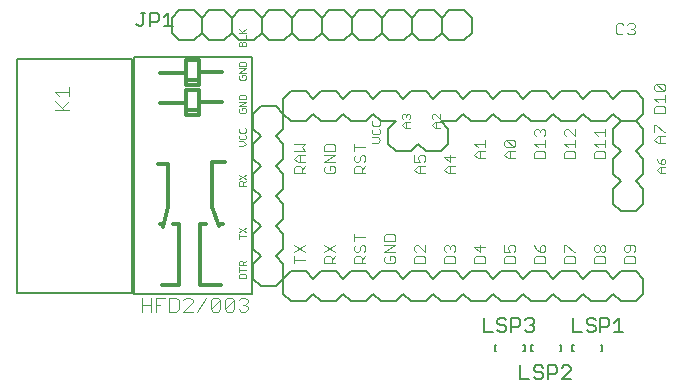
<source format=gto>
G75*
%MOIN*%
%OFA0B0*%
%FSLAX24Y24*%
%IPPOS*%
%LPD*%
%AMOC8*
5,1,8,0,0,1.08239X$1,22.5*
%
%ADD10C,0.0050*%
%ADD11C,0.0120*%
%ADD12C,0.0040*%
%ADD13C,0.0030*%
%ADD14C,0.0020*%
%ADD15C,0.0080*%
%ADD16C,0.0060*%
D10*
X004861Y004141D02*
X004861Y012015D01*
X008798Y012015D01*
X008798Y004141D01*
X004861Y004141D01*
X008853Y004635D02*
X008853Y005135D01*
X009103Y005385D01*
X008853Y005635D01*
X008853Y006135D01*
X009103Y006385D01*
X008853Y006635D01*
X008853Y007135D01*
X009103Y007385D01*
X008853Y007635D01*
X008853Y008135D01*
X009103Y008385D01*
X008853Y008635D01*
X008853Y009135D01*
X009103Y009385D01*
X008853Y009635D01*
X008853Y010135D01*
X009103Y010385D01*
X009603Y010385D01*
X009853Y010135D01*
X009853Y009635D01*
X009603Y009385D01*
X009853Y009135D01*
X009853Y008635D01*
X009603Y008385D01*
X009853Y008135D01*
X009853Y007635D01*
X009603Y007385D01*
X009853Y007135D01*
X009853Y006635D01*
X009603Y006385D01*
X009853Y006135D01*
X009853Y005635D01*
X009603Y005385D01*
X009853Y005135D01*
X009853Y004635D01*
X009603Y004385D01*
X009103Y004385D01*
X008853Y004635D01*
X009853Y004635D02*
X009853Y004135D01*
X010103Y003885D01*
X010603Y003885D01*
X010853Y004135D01*
X011103Y003885D01*
X011603Y003885D01*
X011853Y004135D01*
X012103Y003885D01*
X012603Y003885D01*
X012853Y004135D01*
X013103Y003885D01*
X013603Y003885D01*
X013853Y004135D01*
X014103Y003885D01*
X014603Y003885D01*
X014853Y004135D01*
X015103Y003885D01*
X015603Y003885D01*
X015853Y004135D01*
X016103Y003885D01*
X016603Y003885D01*
X016853Y004135D01*
X017103Y003885D01*
X017603Y003885D01*
X017853Y004135D01*
X018103Y003885D01*
X018603Y003885D01*
X018853Y004135D01*
X019103Y003885D01*
X019603Y003885D01*
X019853Y004135D01*
X020103Y003885D01*
X020603Y003885D01*
X020853Y004135D01*
X021103Y003885D01*
X021603Y003885D01*
X021853Y004135D01*
X021853Y004635D01*
X021603Y004885D01*
X021103Y004885D01*
X020853Y004635D01*
X020603Y004885D01*
X020103Y004885D01*
X019853Y004635D01*
X019603Y004885D01*
X019103Y004885D01*
X018853Y004635D01*
X018603Y004885D01*
X018103Y004885D01*
X017853Y004635D01*
X017603Y004885D01*
X017103Y004885D01*
X016853Y004635D01*
X016603Y004885D01*
X016103Y004885D01*
X015853Y004635D01*
X015603Y004885D01*
X015103Y004885D01*
X014853Y004635D01*
X014603Y004885D01*
X014103Y004885D01*
X013853Y004635D01*
X013603Y004885D01*
X013103Y004885D01*
X012853Y004635D01*
X012603Y004885D01*
X012103Y004885D01*
X011853Y004635D01*
X011603Y004885D01*
X011103Y004885D01*
X010853Y004635D01*
X010603Y004885D01*
X010103Y004885D01*
X009853Y004635D01*
X016527Y003317D02*
X016527Y002866D01*
X016828Y002866D01*
X016988Y002941D02*
X017063Y002866D01*
X017213Y002866D01*
X017288Y002941D01*
X017288Y003017D01*
X017213Y003092D01*
X017063Y003092D01*
X016988Y003167D01*
X016988Y003242D01*
X017063Y003317D01*
X017213Y003317D01*
X017288Y003242D01*
X017448Y003317D02*
X017673Y003317D01*
X017749Y003242D01*
X017749Y003092D01*
X017673Y003017D01*
X017448Y003017D01*
X017448Y002866D02*
X017448Y003317D01*
X017909Y003242D02*
X017984Y003317D01*
X018134Y003317D01*
X018209Y003242D01*
X018209Y003167D01*
X018134Y003092D01*
X018209Y003017D01*
X018209Y002941D01*
X018134Y002866D01*
X017984Y002866D01*
X017909Y002941D01*
X018059Y003092D02*
X018134Y003092D01*
X019500Y003317D02*
X019500Y002866D01*
X019800Y002866D01*
X019960Y002941D02*
X020035Y002866D01*
X020186Y002866D01*
X020261Y002941D01*
X020261Y003017D01*
X020186Y003092D01*
X020035Y003092D01*
X019960Y003167D01*
X019960Y003242D01*
X020035Y003317D01*
X020186Y003317D01*
X020261Y003242D01*
X020421Y003317D02*
X020646Y003317D01*
X020721Y003242D01*
X020721Y003092D01*
X020646Y003017D01*
X020421Y003017D01*
X020421Y002866D02*
X020421Y003317D01*
X020881Y003167D02*
X021031Y003317D01*
X021031Y002866D01*
X020881Y002866D02*
X021181Y002866D01*
X019429Y001667D02*
X019354Y001742D01*
X019204Y001742D01*
X019129Y001667D01*
X018969Y001667D02*
X018969Y001517D01*
X018894Y001442D01*
X018669Y001442D01*
X018669Y001292D02*
X018669Y001742D01*
X018894Y001742D01*
X018969Y001667D01*
X018509Y001667D02*
X018434Y001742D01*
X018283Y001742D01*
X018208Y001667D01*
X018208Y001592D01*
X018283Y001517D01*
X018434Y001517D01*
X018509Y001442D01*
X018509Y001367D01*
X018434Y001292D01*
X018283Y001292D01*
X018208Y001367D01*
X018048Y001292D02*
X017748Y001292D01*
X017748Y001742D01*
X019129Y001292D02*
X019429Y001592D01*
X019429Y001667D01*
X019429Y001292D02*
X019129Y001292D01*
X021103Y006885D02*
X021603Y006885D01*
X021853Y007135D01*
X021853Y007635D01*
X021603Y007885D01*
X021853Y008135D01*
X021853Y008635D01*
X021603Y008885D01*
X021853Y009135D01*
X021853Y009635D01*
X021603Y009885D01*
X021853Y010135D01*
X021853Y010635D01*
X021603Y010885D01*
X021103Y010885D01*
X020853Y010635D01*
X020603Y010885D01*
X020103Y010885D01*
X019853Y010635D01*
X019603Y010885D01*
X019103Y010885D01*
X018853Y010635D01*
X018603Y010885D01*
X018103Y010885D01*
X017853Y010635D01*
X017603Y010885D01*
X017103Y010885D01*
X016853Y010635D01*
X016603Y010885D01*
X016103Y010885D01*
X015853Y010635D01*
X015603Y010885D01*
X015103Y010885D01*
X014853Y010635D01*
X014603Y010885D01*
X014103Y010885D01*
X013853Y010635D01*
X013603Y010885D01*
X013103Y010885D01*
X012853Y010635D01*
X012603Y010885D01*
X012103Y010885D01*
X011853Y010635D01*
X011603Y010885D01*
X011103Y010885D01*
X010853Y010635D01*
X010603Y010885D01*
X010103Y010885D01*
X009853Y010635D01*
X009853Y010135D01*
X010103Y009885D01*
X010603Y009885D01*
X010853Y010135D01*
X011103Y009885D01*
X011603Y009885D01*
X011853Y010135D01*
X012103Y009885D01*
X012603Y009885D01*
X012853Y010135D01*
X013103Y009885D01*
X013603Y009885D01*
X013353Y009635D01*
X013353Y009135D01*
X013603Y008885D01*
X014103Y008885D01*
X014353Y009135D01*
X014603Y008885D01*
X015103Y008885D01*
X015353Y009135D01*
X015353Y009635D01*
X015103Y009885D01*
X015603Y009885D01*
X015853Y010135D01*
X016103Y009885D01*
X016603Y009885D01*
X016853Y010135D01*
X017103Y009885D01*
X017603Y009885D01*
X017853Y010135D01*
X018103Y009885D01*
X018603Y009885D01*
X018853Y010135D01*
X019103Y009885D01*
X019603Y009885D01*
X019853Y010135D01*
X020103Y009885D01*
X020603Y009885D01*
X020853Y010135D01*
X021103Y009885D01*
X020853Y009635D01*
X020853Y009135D01*
X021103Y008885D01*
X020853Y008635D01*
X020853Y008135D01*
X021103Y007885D01*
X020853Y007635D01*
X020853Y007135D01*
X021103Y006885D01*
X021103Y009885D02*
X021603Y009885D01*
X006171Y013047D02*
X005871Y013047D01*
X006021Y013047D02*
X006021Y013497D01*
X005871Y013347D01*
X005711Y013272D02*
X005636Y013197D01*
X005411Y013197D01*
X005411Y013047D02*
X005411Y013497D01*
X005636Y013497D01*
X005711Y013422D01*
X005711Y013272D01*
X005250Y013497D02*
X005100Y013497D01*
X005175Y013497D02*
X005175Y013122D01*
X005100Y013047D01*
X005025Y013047D01*
X004950Y013122D01*
D11*
X006593Y011936D02*
X006593Y011503D01*
X005727Y011503D01*
X006593Y011503D02*
X006593Y011093D01*
X007034Y011093D01*
X007034Y011515D01*
X007798Y011515D01*
X007026Y011503D02*
X007026Y011936D01*
X006593Y011936D01*
X006672Y011267D02*
X006987Y011267D01*
X007026Y010936D02*
X006593Y010936D01*
X006593Y010503D01*
X005727Y010503D01*
X006593Y010503D02*
X006593Y010093D01*
X007034Y010093D01*
X007034Y010515D01*
X007798Y010515D01*
X007026Y010503D02*
X007026Y010936D01*
X006987Y010267D02*
X006672Y010267D01*
X006002Y008471D02*
X005688Y008471D01*
X006002Y008471D02*
X006002Y007015D01*
X005845Y006345D01*
X005845Y006463D02*
X005727Y006463D01*
X006160Y006463D02*
X006357Y006463D01*
X006357Y004416D01*
X005806Y004416D01*
X007065Y004416D02*
X007065Y006463D01*
X007262Y006463D01*
X007656Y006463D02*
X007853Y006463D01*
X007695Y006385D02*
X007459Y007015D01*
X007459Y008511D01*
X007892Y008511D01*
X007774Y004416D02*
X007065Y004416D01*
D12*
X005135Y003995D02*
X005135Y003535D01*
X005135Y003765D02*
X005442Y003765D01*
X005595Y003765D02*
X005748Y003765D01*
X005595Y003995D02*
X005902Y003995D01*
X006055Y003995D02*
X006286Y003995D01*
X006362Y003918D01*
X006362Y003611D01*
X006286Y003535D01*
X006055Y003535D01*
X006055Y003995D01*
X005595Y003995D02*
X005595Y003535D01*
X005442Y003535D02*
X005442Y003995D01*
X006516Y003918D02*
X006593Y003995D01*
X006746Y003995D01*
X006823Y003918D01*
X006823Y003842D01*
X006516Y003535D01*
X006823Y003535D01*
X006976Y003535D02*
X007283Y003995D01*
X007437Y003918D02*
X007513Y003995D01*
X007667Y003995D01*
X007744Y003918D01*
X007437Y003611D01*
X007513Y003535D01*
X007667Y003535D01*
X007744Y003611D01*
X007744Y003918D01*
X007897Y003918D02*
X007974Y003995D01*
X008127Y003995D01*
X008204Y003918D01*
X007897Y003611D01*
X007974Y003535D01*
X008127Y003535D01*
X008204Y003611D01*
X008204Y003918D01*
X008357Y003918D02*
X008434Y003995D01*
X008588Y003995D01*
X008664Y003918D01*
X008664Y003842D01*
X008588Y003765D01*
X008664Y003688D01*
X008664Y003611D01*
X008588Y003535D01*
X008434Y003535D01*
X008357Y003611D01*
X008511Y003765D02*
X008588Y003765D01*
X007897Y003611D02*
X007897Y003918D01*
X007437Y003918D02*
X007437Y003611D01*
X002695Y010252D02*
X002235Y010252D01*
X002465Y010328D02*
X002695Y010559D01*
X002695Y010712D02*
X002695Y011019D01*
X002695Y010866D02*
X002235Y010866D01*
X002388Y010712D01*
X002235Y010559D02*
X002542Y010252D01*
D13*
X010218Y009133D02*
X010588Y009133D01*
X010464Y009010D01*
X010588Y008886D01*
X010218Y008886D01*
X010341Y008765D02*
X010218Y008641D01*
X010341Y008518D01*
X010588Y008518D01*
X010588Y008397D02*
X010464Y008273D01*
X010464Y008335D02*
X010464Y008150D01*
X010588Y008150D02*
X010218Y008150D01*
X010218Y008335D01*
X010279Y008397D01*
X010403Y008397D01*
X010464Y008335D01*
X010403Y008518D02*
X010403Y008765D01*
X010341Y008765D02*
X010588Y008765D01*
X011218Y008765D02*
X011588Y008765D01*
X011218Y008518D01*
X011588Y008518D01*
X011526Y008397D02*
X011403Y008397D01*
X011403Y008273D01*
X011526Y008150D02*
X011279Y008150D01*
X011218Y008211D01*
X011218Y008335D01*
X011279Y008397D01*
X011526Y008397D02*
X011588Y008335D01*
X011588Y008211D01*
X011526Y008150D01*
X012218Y008150D02*
X012218Y008335D01*
X012279Y008397D01*
X012403Y008397D01*
X012464Y008335D01*
X012464Y008150D01*
X012464Y008273D02*
X012588Y008397D01*
X012526Y008518D02*
X012588Y008580D01*
X012588Y008703D01*
X012526Y008765D01*
X012464Y008765D01*
X012403Y008703D01*
X012403Y008580D01*
X012341Y008518D01*
X012279Y008518D01*
X012218Y008580D01*
X012218Y008703D01*
X012279Y008765D01*
X012218Y008886D02*
X012218Y009133D01*
X012218Y009010D02*
X012588Y009010D01*
X012798Y009150D02*
X012991Y009150D01*
X013088Y009246D01*
X012991Y009343D01*
X012798Y009343D01*
X012846Y009444D02*
X013040Y009444D01*
X013088Y009493D01*
X013088Y009589D01*
X013040Y009638D01*
X013040Y009739D02*
X013088Y009787D01*
X013088Y009884D01*
X013040Y009933D01*
X012846Y009933D02*
X012798Y009884D01*
X012798Y009787D01*
X012846Y009739D01*
X013040Y009739D01*
X012846Y009638D02*
X012798Y009589D01*
X012798Y009493D01*
X012846Y009444D01*
X013798Y009746D02*
X013894Y009843D01*
X014088Y009843D01*
X014040Y009944D02*
X014088Y009993D01*
X014088Y010089D01*
X014040Y010138D01*
X013991Y010138D01*
X013943Y010089D01*
X013943Y010041D01*
X013943Y010089D02*
X013894Y010138D01*
X013846Y010138D01*
X013798Y010089D01*
X013798Y009993D01*
X013846Y009944D01*
X013943Y009843D02*
X013943Y009650D01*
X013894Y009650D02*
X013798Y009746D01*
X013894Y009650D02*
X014088Y009650D01*
X014798Y009746D02*
X014894Y009650D01*
X015088Y009650D01*
X014943Y009650D02*
X014943Y009843D01*
X014894Y009843D02*
X015088Y009843D01*
X015088Y009944D02*
X014894Y010138D01*
X014846Y010138D01*
X014798Y010089D01*
X014798Y009993D01*
X014846Y009944D01*
X014894Y009843D02*
X014798Y009746D01*
X015088Y009944D02*
X015088Y010138D01*
X016588Y009265D02*
X016588Y009018D01*
X016588Y008897D02*
X016341Y008897D01*
X016218Y008773D01*
X016341Y008650D01*
X016588Y008650D01*
X016403Y008650D02*
X016403Y008897D01*
X016341Y009018D02*
X016218Y009141D01*
X016588Y009141D01*
X017218Y009080D02*
X017279Y009018D01*
X017526Y009018D01*
X017279Y009265D01*
X017526Y009265D01*
X017588Y009203D01*
X017588Y009080D01*
X017526Y009018D01*
X017588Y008897D02*
X017341Y008897D01*
X017218Y008773D01*
X017341Y008650D01*
X017588Y008650D01*
X017403Y008650D02*
X017403Y008897D01*
X017218Y009080D02*
X017218Y009203D01*
X017279Y009265D01*
X018218Y009141D02*
X018588Y009141D01*
X018588Y009018D02*
X018588Y009265D01*
X018526Y009386D02*
X018588Y009448D01*
X018588Y009572D01*
X018526Y009633D01*
X018464Y009633D01*
X018403Y009572D01*
X018403Y009510D01*
X018403Y009572D02*
X018341Y009633D01*
X018279Y009633D01*
X018218Y009572D01*
X018218Y009448D01*
X018279Y009386D01*
X018218Y009141D02*
X018341Y009018D01*
X018279Y008897D02*
X018218Y008835D01*
X018218Y008650D01*
X018588Y008650D01*
X018588Y008835D01*
X018526Y008897D01*
X018279Y008897D01*
X019218Y008835D02*
X019218Y008650D01*
X019588Y008650D01*
X019588Y008835D01*
X019526Y008897D01*
X019279Y008897D01*
X019218Y008835D01*
X019341Y009018D02*
X019218Y009141D01*
X019588Y009141D01*
X019588Y009018D02*
X019588Y009265D01*
X019588Y009386D02*
X019341Y009633D01*
X019279Y009633D01*
X019218Y009572D01*
X019218Y009448D01*
X019279Y009386D01*
X019588Y009386D02*
X019588Y009633D01*
X020218Y009510D02*
X020341Y009386D01*
X020218Y009510D02*
X020588Y009510D01*
X020588Y009633D02*
X020588Y009386D01*
X020588Y009265D02*
X020588Y009018D01*
X020588Y009141D02*
X020218Y009141D01*
X020341Y009018D01*
X020279Y008897D02*
X020218Y008835D01*
X020218Y008650D01*
X020588Y008650D01*
X020588Y008835D01*
X020526Y008897D01*
X020279Y008897D01*
X022218Y009273D02*
X022341Y009397D01*
X022588Y009397D01*
X022588Y009518D02*
X022526Y009518D01*
X022279Y009765D01*
X022218Y009765D01*
X022218Y009518D01*
X022403Y009397D02*
X022403Y009150D01*
X022341Y009150D02*
X022218Y009273D01*
X022341Y009150D02*
X022588Y009150D01*
X022540Y008638D02*
X022491Y008638D01*
X022443Y008589D01*
X022443Y008444D01*
X022540Y008444D01*
X022588Y008493D01*
X022588Y008589D01*
X022540Y008638D01*
X022346Y008541D02*
X022443Y008444D01*
X022443Y008343D02*
X022443Y008150D01*
X022394Y008150D02*
X022298Y008246D01*
X022394Y008343D01*
X022588Y008343D01*
X022346Y008541D02*
X022298Y008638D01*
X022394Y008150D02*
X022588Y008150D01*
X022588Y010150D02*
X022218Y010150D01*
X022218Y010335D01*
X022279Y010397D01*
X022526Y010397D01*
X022588Y010335D01*
X022588Y010150D01*
X022588Y010518D02*
X022588Y010765D01*
X022588Y010641D02*
X022218Y010641D01*
X022341Y010518D01*
X022279Y010886D02*
X022218Y010948D01*
X022218Y011072D01*
X022279Y011133D01*
X022526Y010886D01*
X022588Y010948D01*
X022588Y011072D01*
X022526Y011133D01*
X022279Y011133D01*
X022279Y010886D02*
X022526Y010886D01*
X021494Y012780D02*
X021371Y012780D01*
X021309Y012841D01*
X021188Y012841D02*
X021126Y012780D01*
X021002Y012780D01*
X020941Y012841D01*
X020941Y013088D01*
X021002Y013150D01*
X021126Y013150D01*
X021188Y013088D01*
X021309Y013088D02*
X021371Y013150D01*
X021494Y013150D01*
X021556Y013088D01*
X021556Y013027D01*
X021494Y012965D01*
X021556Y012903D01*
X021556Y012841D01*
X021494Y012780D01*
X021494Y012965D02*
X021432Y012965D01*
X015403Y008765D02*
X015403Y008518D01*
X015218Y008703D01*
X015588Y008703D01*
X015588Y008397D02*
X015341Y008397D01*
X015218Y008273D01*
X015341Y008150D01*
X015588Y008150D01*
X015403Y008150D02*
X015403Y008397D01*
X014588Y008397D02*
X014341Y008397D01*
X014218Y008273D01*
X014341Y008150D01*
X014588Y008150D01*
X014403Y008150D02*
X014403Y008397D01*
X014403Y008518D02*
X014218Y008518D01*
X014218Y008765D01*
X014341Y008703D02*
X014403Y008765D01*
X014526Y008765D01*
X014588Y008703D01*
X014588Y008580D01*
X014526Y008518D01*
X014403Y008518D02*
X014341Y008641D01*
X014341Y008703D01*
X012588Y008150D02*
X012218Y008150D01*
X011588Y008886D02*
X011218Y008886D01*
X011218Y009072D01*
X011279Y009133D01*
X011526Y009133D01*
X011588Y009072D01*
X011588Y008886D01*
X012218Y006133D02*
X012218Y005886D01*
X012218Y006010D02*
X012588Y006010D01*
X012526Y005765D02*
X012588Y005703D01*
X012588Y005580D01*
X012526Y005518D01*
X012588Y005397D02*
X012464Y005273D01*
X012464Y005335D02*
X012403Y005397D01*
X012279Y005397D01*
X012218Y005335D01*
X012218Y005150D01*
X012588Y005150D01*
X012464Y005150D02*
X012464Y005335D01*
X012341Y005518D02*
X012403Y005580D01*
X012403Y005703D01*
X012464Y005765D01*
X012526Y005765D01*
X012279Y005765D02*
X012218Y005703D01*
X012218Y005580D01*
X012279Y005518D01*
X012341Y005518D01*
X011588Y005518D02*
X011218Y005765D01*
X011218Y005518D02*
X011588Y005765D01*
X011588Y005397D02*
X011464Y005273D01*
X011464Y005335D02*
X011464Y005150D01*
X011588Y005150D02*
X011218Y005150D01*
X011218Y005335D01*
X011279Y005397D01*
X011403Y005397D01*
X011464Y005335D01*
X010588Y005273D02*
X010218Y005273D01*
X010218Y005150D02*
X010218Y005397D01*
X010218Y005518D02*
X010588Y005765D01*
X010588Y005518D02*
X010218Y005765D01*
X013218Y005765D02*
X013588Y005765D01*
X013218Y005518D01*
X013588Y005518D01*
X013526Y005397D02*
X013403Y005397D01*
X013403Y005273D01*
X013526Y005150D02*
X013279Y005150D01*
X013218Y005211D01*
X013218Y005335D01*
X013279Y005397D01*
X013526Y005397D02*
X013588Y005335D01*
X013588Y005211D01*
X013526Y005150D01*
X014218Y005150D02*
X014218Y005335D01*
X014279Y005397D01*
X014526Y005397D01*
X014588Y005335D01*
X014588Y005150D01*
X014218Y005150D01*
X014279Y005518D02*
X014218Y005580D01*
X014218Y005703D01*
X014279Y005765D01*
X014341Y005765D01*
X014588Y005518D01*
X014588Y005765D01*
X015218Y005703D02*
X015218Y005580D01*
X015279Y005518D01*
X015279Y005397D02*
X015218Y005335D01*
X015218Y005150D01*
X015588Y005150D01*
X015588Y005335D01*
X015526Y005397D01*
X015279Y005397D01*
X015526Y005518D02*
X015588Y005580D01*
X015588Y005703D01*
X015526Y005765D01*
X015464Y005765D01*
X015403Y005703D01*
X015403Y005641D01*
X015403Y005703D02*
X015341Y005765D01*
X015279Y005765D01*
X015218Y005703D01*
X016218Y005703D02*
X016403Y005518D01*
X016403Y005765D01*
X016588Y005703D02*
X016218Y005703D01*
X016279Y005397D02*
X016218Y005335D01*
X016218Y005150D01*
X016588Y005150D01*
X016588Y005335D01*
X016526Y005397D01*
X016279Y005397D01*
X017218Y005335D02*
X017218Y005150D01*
X017588Y005150D01*
X017588Y005335D01*
X017526Y005397D01*
X017279Y005397D01*
X017218Y005335D01*
X017218Y005518D02*
X017403Y005518D01*
X017341Y005641D01*
X017341Y005703D01*
X017403Y005765D01*
X017526Y005765D01*
X017588Y005703D01*
X017588Y005580D01*
X017526Y005518D01*
X017218Y005518D02*
X017218Y005765D01*
X018218Y005765D02*
X018279Y005641D01*
X018403Y005518D01*
X018403Y005703D01*
X018464Y005765D01*
X018526Y005765D01*
X018588Y005703D01*
X018588Y005580D01*
X018526Y005518D01*
X018403Y005518D01*
X018526Y005397D02*
X018279Y005397D01*
X018218Y005335D01*
X018218Y005150D01*
X018588Y005150D01*
X018588Y005335D01*
X018526Y005397D01*
X019218Y005335D02*
X019218Y005150D01*
X019588Y005150D01*
X019588Y005335D01*
X019526Y005397D01*
X019279Y005397D01*
X019218Y005335D01*
X019218Y005518D02*
X019218Y005765D01*
X019279Y005765D01*
X019526Y005518D01*
X019588Y005518D01*
X020218Y005580D02*
X020218Y005703D01*
X020279Y005765D01*
X020341Y005765D01*
X020403Y005703D01*
X020403Y005580D01*
X020341Y005518D01*
X020279Y005518D01*
X020218Y005580D01*
X020403Y005580D02*
X020464Y005518D01*
X020526Y005518D01*
X020588Y005580D01*
X020588Y005703D01*
X020526Y005765D01*
X020464Y005765D01*
X020403Y005703D01*
X020526Y005397D02*
X020279Y005397D01*
X020218Y005335D01*
X020218Y005150D01*
X020588Y005150D01*
X020588Y005335D01*
X020526Y005397D01*
X021218Y005335D02*
X021218Y005150D01*
X021588Y005150D01*
X021588Y005335D01*
X021526Y005397D01*
X021279Y005397D01*
X021218Y005335D01*
X021279Y005518D02*
X021341Y005518D01*
X021403Y005580D01*
X021403Y005765D01*
X021526Y005765D02*
X021279Y005765D01*
X021218Y005703D01*
X021218Y005580D01*
X021279Y005518D01*
X021526Y005518D02*
X021588Y005580D01*
X021588Y005703D01*
X021526Y005765D01*
X013588Y005886D02*
X013588Y006072D01*
X013526Y006133D01*
X013279Y006133D01*
X013218Y006072D01*
X013218Y005886D01*
X013588Y005886D01*
D14*
X008593Y006044D02*
X008373Y006044D01*
X008373Y005971D02*
X008373Y006117D01*
X008373Y006192D02*
X008593Y006338D01*
X008593Y006192D02*
X008373Y006338D01*
X008409Y005233D02*
X008483Y005233D01*
X008519Y005197D01*
X008519Y005087D01*
X008519Y005160D02*
X008593Y005233D01*
X008593Y005087D02*
X008373Y005087D01*
X008373Y005197D01*
X008409Y005233D01*
X008373Y005013D02*
X008373Y004866D01*
X008373Y004939D02*
X008593Y004939D01*
X008556Y004792D02*
X008409Y004792D01*
X008373Y004755D01*
X008373Y004645D01*
X008593Y004645D01*
X008593Y004755D01*
X008556Y004792D01*
X008519Y007739D02*
X008519Y007849D01*
X008483Y007885D01*
X008409Y007885D01*
X008373Y007849D01*
X008373Y007739D01*
X008593Y007739D01*
X008519Y007812D02*
X008593Y007885D01*
X008593Y007960D02*
X008373Y008106D01*
X008373Y007960D02*
X008593Y008106D01*
X008519Y009064D02*
X008373Y009064D01*
X008519Y009064D02*
X008593Y009138D01*
X008519Y009211D01*
X008373Y009211D01*
X008409Y009285D02*
X008556Y009285D01*
X008593Y009322D01*
X008593Y009396D01*
X008556Y009432D01*
X008556Y009506D02*
X008409Y009506D01*
X008373Y009543D01*
X008373Y009617D01*
X008409Y009653D01*
X008556Y009653D02*
X008593Y009617D01*
X008593Y009543D01*
X008556Y009506D01*
X008409Y009432D02*
X008373Y009396D01*
X008373Y009322D01*
X008409Y009285D01*
X008409Y010169D02*
X008556Y010169D01*
X008593Y010206D01*
X008593Y010280D01*
X008556Y010316D01*
X008483Y010316D01*
X008483Y010243D01*
X008409Y010316D02*
X008373Y010280D01*
X008373Y010206D01*
X008409Y010169D01*
X008373Y010390D02*
X008593Y010537D01*
X008373Y010537D01*
X008373Y010611D02*
X008373Y010721D01*
X008409Y010758D01*
X008556Y010758D01*
X008593Y010721D01*
X008593Y010611D01*
X008373Y010611D01*
X008373Y010390D02*
X008593Y010390D01*
X008556Y011274D02*
X008409Y011274D01*
X008373Y011311D01*
X008373Y011384D01*
X008409Y011421D01*
X008483Y011421D02*
X008483Y011348D01*
X008483Y011421D02*
X008556Y011421D01*
X008593Y011384D01*
X008593Y011311D01*
X008556Y011274D01*
X008593Y011495D02*
X008373Y011495D01*
X008593Y011642D01*
X008373Y011642D01*
X008373Y011716D02*
X008373Y011826D01*
X008409Y011863D01*
X008556Y011863D01*
X008593Y011826D01*
X008593Y011716D01*
X008373Y011716D01*
X008373Y012379D02*
X008373Y012489D01*
X008409Y012526D01*
X008446Y012526D01*
X008483Y012489D01*
X008483Y012379D01*
X008593Y012379D02*
X008593Y012489D01*
X008556Y012526D01*
X008519Y012526D01*
X008483Y012489D01*
X008593Y012379D02*
X008373Y012379D01*
X008373Y012600D02*
X008593Y012600D01*
X008593Y012747D01*
X008593Y012821D02*
X008373Y012821D01*
X008483Y012858D02*
X008593Y012968D01*
X008519Y012821D02*
X008373Y012968D01*
D15*
X004806Y011944D02*
X000987Y011944D01*
X000987Y004149D01*
X004806Y004149D01*
X004806Y011944D01*
D16*
X006136Y012839D02*
X006386Y012589D01*
X006886Y012589D01*
X007136Y012839D01*
X007386Y012589D01*
X007886Y012589D01*
X008136Y012839D01*
X008136Y013339D01*
X007886Y013589D01*
X007386Y013589D01*
X007136Y013339D01*
X007136Y012839D01*
X007136Y013339D02*
X006886Y013589D01*
X006386Y013589D01*
X006136Y013339D01*
X006136Y012839D01*
X008136Y012839D02*
X008386Y012589D01*
X008886Y012589D01*
X009136Y012839D01*
X009386Y012589D01*
X009886Y012589D01*
X010136Y012839D01*
X010386Y012589D01*
X010886Y012589D01*
X011136Y012839D01*
X011136Y013339D01*
X010886Y013589D01*
X010386Y013589D01*
X010136Y013339D01*
X010136Y012839D01*
X010136Y013339D02*
X009886Y013589D01*
X009386Y013589D01*
X009136Y013339D01*
X009136Y012839D01*
X009136Y013339D02*
X008886Y013589D01*
X008386Y013589D01*
X008136Y013339D01*
X011136Y013339D02*
X011386Y013589D01*
X011886Y013589D01*
X012136Y013339D01*
X012386Y013589D01*
X012886Y013589D01*
X013136Y013339D01*
X013386Y013589D01*
X013886Y013589D01*
X014136Y013339D01*
X014136Y012839D01*
X013886Y012589D01*
X013386Y012589D01*
X013136Y012839D01*
X012886Y012589D01*
X012386Y012589D01*
X012136Y012839D01*
X011886Y012589D01*
X011386Y012589D01*
X011136Y012839D01*
X012136Y012839D02*
X012136Y013339D01*
X013136Y013339D02*
X013136Y012839D01*
X014136Y012839D02*
X014386Y012589D01*
X014886Y012589D01*
X015136Y012839D01*
X015386Y012589D01*
X015886Y012589D01*
X016136Y012839D01*
X016136Y013339D01*
X015886Y013589D01*
X015386Y013589D01*
X015136Y013339D01*
X015136Y012839D01*
X015136Y013339D02*
X014886Y013589D01*
X014386Y013589D01*
X014136Y013339D01*
X016896Y002441D02*
X016946Y002441D01*
X016896Y002441D02*
X016896Y002241D01*
X016946Y002241D01*
X017846Y002241D02*
X017896Y002241D01*
X017896Y002441D01*
X017846Y002441D01*
X018117Y002441D02*
X018167Y002441D01*
X018117Y002441D02*
X018117Y002241D01*
X018167Y002241D01*
X019067Y002241D02*
X019117Y002241D01*
X019117Y002441D01*
X019067Y002441D01*
X019475Y002441D02*
X019475Y002241D01*
X019525Y002241D01*
X019525Y002441D02*
X019475Y002441D01*
X020425Y002441D02*
X020475Y002441D01*
X020475Y002241D01*
X020425Y002241D01*
M02*

</source>
